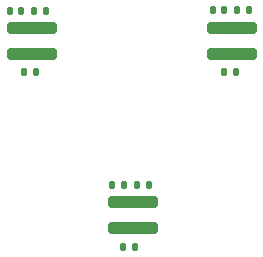
<source format=gbr>
%TF.GenerationSoftware,KiCad,Pcbnew,8.0.8-8.0.8-0~ubuntu22.04.1*%
%TF.CreationDate,2025-03-19T13:25:06-04:00*%
%TF.ProjectId,hpk_5mm,68706b5f-356d-46d2-9e6b-696361645f70,rev?*%
%TF.SameCoordinates,Original*%
%TF.FileFunction,Paste,Bot*%
%TF.FilePolarity,Positive*%
%FSLAX46Y46*%
G04 Gerber Fmt 4.6, Leading zero omitted, Abs format (unit mm)*
G04 Created by KiCad (PCBNEW 8.0.8-8.0.8-0~ubuntu22.04.1) date 2025-03-19 13:25:06*
%MOMM*%
%LPD*%
G01*
G04 APERTURE LIST*
G04 Aperture macros list*
%AMRoundRect*
0 Rectangle with rounded corners*
0 $1 Rounding radius*
0 $2 $3 $4 $5 $6 $7 $8 $9 X,Y pos of 4 corners*
0 Add a 4 corners polygon primitive as box body*
4,1,4,$2,$3,$4,$5,$6,$7,$8,$9,$2,$3,0*
0 Add four circle primitives for the rounded corners*
1,1,$1+$1,$2,$3*
1,1,$1+$1,$4,$5*
1,1,$1+$1,$6,$7*
1,1,$1+$1,$8,$9*
0 Add four rect primitives between the rounded corners*
20,1,$1+$1,$2,$3,$4,$5,0*
20,1,$1+$1,$4,$5,$6,$7,0*
20,1,$1+$1,$6,$7,$8,$9,0*
20,1,$1+$1,$8,$9,$2,$3,0*%
G04 Aperture macros list end*
%ADD10RoundRect,0.250000X1.875000X0.250000X-1.875000X0.250000X-1.875000X-0.250000X1.875000X-0.250000X0*%
%ADD11RoundRect,0.140000X0.140000X0.170000X-0.140000X0.170000X-0.140000X-0.170000X0.140000X-0.170000X0*%
%ADD12RoundRect,0.135000X-0.135000X-0.185000X0.135000X-0.185000X0.135000X0.185000X-0.135000X0.185000X0*%
%ADD13RoundRect,0.135000X0.135000X0.185000X-0.135000X0.185000X-0.135000X-0.185000X0.135000X-0.185000X0*%
G04 APERTURE END LIST*
D10*
%TO.C,D2*%
X155254100Y-65408900D03*
X155254100Y-67608900D03*
%TD*%
D11*
%TO.C,C1*%
X137358200Y-64048000D03*
X136398200Y-64048000D03*
%TD*%
D12*
%TO.C,R10*%
X145980000Y-84000000D03*
X147000000Y-84000000D03*
%TD*%
%TO.C,R5*%
X155631600Y-63933900D03*
X156651600Y-63933900D03*
%TD*%
%TO.C,R2*%
X137578200Y-69148000D03*
X138598200Y-69148000D03*
%TD*%
D10*
%TO.C,D3*%
X146812500Y-80175000D03*
X146812500Y-82375000D03*
%TD*%
%TO.C,D1*%
X138310700Y-65423000D03*
X138310700Y-67623000D03*
%TD*%
D12*
%TO.C,R9*%
X147180000Y-78700000D03*
X148200000Y-78700000D03*
%TD*%
D13*
%TO.C,R6*%
X155561600Y-69133900D03*
X154541600Y-69133900D03*
%TD*%
%TO.C,R1*%
X139508200Y-64048000D03*
X138488200Y-64048000D03*
%TD*%
D11*
%TO.C,C9*%
X146060000Y-78700000D03*
X145100000Y-78700000D03*
%TD*%
%TO.C,C5*%
X154541600Y-63933900D03*
X153581600Y-63933900D03*
%TD*%
M02*

</source>
